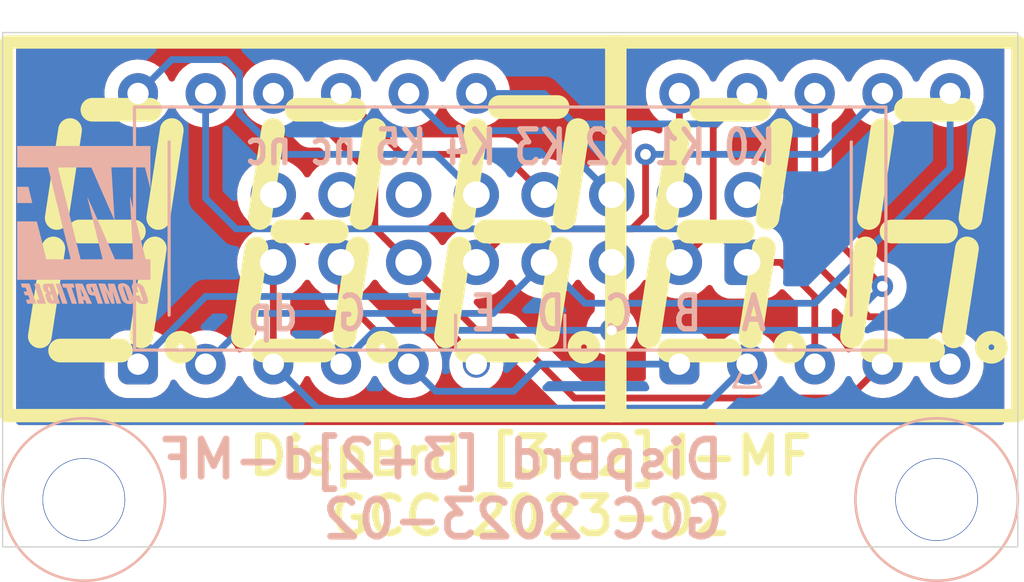
<source format=kicad_pcb>
(kicad_pcb (version 20211014) (generator pcbnew)
  (layers (0 "F.Cu" signal) (31 "B.Cu" signal) (36 "B.SilkS" user "B.Silkscreen") (37 "F.SilkS" user "F.Silkscreen") (38 "B.Mask" user) (39 "F.Mask" user) (44 "Edge.Cuts" user))
  (net 0 "")
  (net 1 "/K_SegA")
  (net 2 "/K_SegB")
  (net 3 "/K_SegC")
  (net 4 "/K_SegDP")
  (net 5 "/A0")
  (net 6 "/K_SegD")
  (net 7 "/K_SegE")
  (net 8 "/K_SegG")
  (net 9 "/K_SegF")
  (net 10 "/A1")
  (net 11 "/A2")
  (net 12 "/A3")
  (net 13 "/A4")
  (footprint "GCC_Display:Disp7s3x_036" (layer "F.Cu") (at 36.83 30.226)
    (fp_text reference "S8" hide)
    (fp_text value "LEDDSP3_CA" hide)
    (fp_line (start 10.16 -3.70586) (end 9.652 -0.4064) (layer "F.SilkS") (width 0.889))
    (fp_line (start 8.7376 0.1016) (end 6.6929 0.1016) (layer "F.SilkS") (width 0.889))
    (fp_line (start 2.54 -3.70586) (end 2.032 -0.4064) (layer "F.SilkS") (width 0.889))
    (fp_line (start -8.05942 -4.46786) (end -5.8928 -4.46786) (layer "F.SilkS") (width 0.889))
    (fp_line (start -5.08 -3.70586) (end -5.588 -0.4064) (layer "F.SilkS") (width 0.889))
    (fp_line (start -0.38862 -4.46786) (end 1.778 -4.46786) (layer "F.SilkS") (width 0.889))
    (fp_line (start -6.5024 0.1016) (end -8.5471 0.1016) (layer "F.SilkS") (width 0.889))
    (fp_line (start -1.651 4.56946) (end 0.63246 4.56946) (layer "F.SilkS") (width 0.889))
    (fp_line (start -5.71754 0.7366) (end -6.22554 4.03606) (layer "F.SilkS") (width 0.889))
    (fp_line (start 5.715 0.7366) (end 5.207 4.03606) (layer "F.SilkS") (width 0.889))
    (fp_line (start -1.905 0.7366) (end -2.413 4.03606) (layer "F.SilkS") (width 0.889))
    (fp_line (start -8.89762 -3.70586) (end -9.398 -0.4064) (layer "F.SilkS") (width 0.889))
    (fp_line (start 11.7348 -7.0104) (end 11.7348 7.0104) (layer "F.SilkS") (width 0.5))
    (fp_line (start -11.2268 -7.0104) (end 11.7348 -7.0104) (layer "F.SilkS") (width 0.5))
    (fp_line (start 5.969 4.56946) (end 8.25246 4.56946) (layer "F.SilkS") (width 0.889))
    (fp_line (start -11.2776 7.0104) (end -11.2776 -7.0104) (layer "F.SilkS") (width 0.5))
    (fp_line (start 1.90246 0.7366) (end 1.39446 4.03606) (layer "F.SilkS") (width 0.889))
    (fp_line (start 9.52246 0.7366) (end 9.01446 4.03606) (layer "F.SilkS") (width 0.889))
    (fp_line (start 11.7348 7.0104) (end -11.2776 7.0104) (layer "F.SilkS") (width 0.5))
    (fp_line (start 6.34238 -3.70586) (end 5.842 -0.4064) (layer "F.SilkS") (width 0.889))
    (fp_line (start 1.1176 0.1016) (end -0.9271 0.1016) (layer "F.SilkS") (width 0.889))
    (fp_line (start -9.525 0.7366) (end -10.033 4.03606) (layer "F.SilkS") (width 0.889))
    (fp_line (start -9.271 4.56946) (end -6.98754 4.56946) (layer "F.SilkS") (width 0.889))
    (fp_line (start -1.27762 -3.70586) (end -1.778 -0.4064) (layer "F.SilkS") (width 0.889))
    (fp_line (start 7.23138 -4.56946) (end 9.398 -4.56946) (layer "F.SilkS") (width 0.889))
    (fp_circle (center -4.7498 4.445) (end -4.4958 4.18846) (layer "F.SilkS") (width 0.508) (fill none))
    (fp_circle (center 10.3886 4.445) (end 10.6426 4.18846) (layer "F.SilkS") (width 0.508) (fill none))
    (fp_circle (center 2.8194 4.445) (end 3.0734 4.18846) (layer "F.SilkS") (width 0.508) (fill none))
    (pad "1" thru_hole roundrect locked (at -6.35 5.08 90) (size 1.524 1.50114) (drill 0.8001) (layers *.Cu *.Mask) (net 7 "/K_SegE"))
    (pad "2" thru_hole oval locked (at -3.81 5.08 90) (size 1.524 1.50114) (drill 0.8001) (layers *.Cu *.Mask) (net 6 "/K_SegD"))
    (pad "3" thru_hole oval locked (at -1.27 5.08 90) (size 1.524 1.50114) (drill 0.8001) (layers *.Cu *.Mask) (net 4 "/K_SegDP"))
    (pad "4" thru_hole oval locked (at 1.27 5.08 90) (size 1.524 1.50114) (drill 0.8001) (layers *.Cu *.Mask) (net 3 "/K_SegC"))
    (pad "5" thru_hole oval locked (at 3.81 5.08 90) (size 1.524 1.50114) (drill 0.8001) (layers *.Cu *.Mask) (net 8 "/K_SegG"))
    (pad "6" thru_hole oval locked (at 6.35 5.08 90) (size 1.016 1.016) (drill 0.8001) (layers *.Cu *.Mask))
    (pad "7" thru_hole oval locked (at 6.35 -5.08 90) (size 1.524 1.50114) (drill 0.8001) (layers *.Cu *.Mask) (net 2 "/K_SegB"))
    (pad "8" thru_hole oval locked (at 3.81 -5.08 90) (size 1.524 1.50114) (drill 0.8001) (layers *.Cu *.Mask) (net 11 "/A2"))
    (pad "9" thru_hole oval locked (at 1.27 -5.08 90) (size 1.524 1.50114) (drill 0.8001) (layers *.Cu *.Mask) (net 12 "/A3"))
    (pad "10" thru_hole oval locked (at -1.27 -5.08 90) (size 1.524 1.50114) (drill 0.8001) (layers *.Cu *.Mask) (net 9 "/K_SegF"))
    (pad "11" thru_hole oval locked (at -3.81 -5.08 90) (size 1.524 1.50114) (drill 0.8001) (layers *.Cu *.Mask) (net 1 "/K_SegA"))
    (pad "12" thru_hole oval locked (at -6.34746 -5.08 90) (size 1.524 1.50114) (drill 0.8001) (layers *.Cu *.Mask) (net 13 "/A4"))
  )
  (footprint "GCC_Display:Disp7s2x_036" (layer "F.Cu") (at 55.88 30.226)
    (fp_text reference "S9" hide)
    (fp_text value "LEDDSP2_CA" hide)
    (fp_line (start 6.35 -3.70586) (end 5.842 -0.4064) (layer "F.SilkS") (width 0.889))
    (fp_line (start 3.42138 -4.46786) (end 5.588 -4.46786) (layer "F.SilkS") (width 0.889))
    (fp_line (start 1.905 0.7366) (end 1.397 4.03606) (layer "F.SilkS") (width 0.889))
    (fp_line (start 5.71246 0.7366) (end 5.20446 4.03606) (layer "F.SilkS") (width 0.889))
    (fp_line (start -4.24942 -4.46786) (end -2.0828 -4.46786) (layer "F.SilkS") (width 0.889))
    (fp_line (start 7.62 7.0104) (end -7.62 7.0104) (layer "F.SilkS") (width 0.5))
    (fp_line (start -1.90754 0.7366) (end -2.41554 4.03606) (layer "F.SilkS") (width 0.889))
    (fp_line (start 2.159 4.56946) (end 4.44246 4.56946) (layer "F.SilkS") (width 0.889))
    (fp_line (start -7.62 -7.0104) (end 7.62 -7.0104) (layer "F.SilkS") (width 0.5))
    (fp_line (start -5.08762 -3.70586) (end -5.588 -0.4064) (layer "F.SilkS") (width 0.889))
    (fp_line (start -5.461 4.56946) (end -3.17754 4.56946) (layer "F.SilkS") (width 0.889))
    (fp_line (start 2.53238 -3.70586) (end 2.032 -0.4064) (layer "F.SilkS") (width 0.889))
    (fp_line (start -1.27 -3.70586) (end -1.778 -0.4064) (layer "F.SilkS") (width 0.889))
    (fp_line (start 7.62 -7.0104) (end 7.62 7.0104) (layer "F.SilkS") (width 0.5))
    (fp_line (start -5.715 0.7366) (end -6.223 4.03606) (layer "F.SilkS") (width 0.889))
    (fp_line (start 4.9276 0.1016) (end 2.8829 0.1016) (layer "F.SilkS") (width 0.889))
    (fp_line (start -2.6924 0.1016) (end -4.7371 0.1016) (layer "F.SilkS") (width 0.889))
    (fp_line (start -7.62 7.0104) (end -7.62 -7.0104) (layer "F.SilkS") (width 0.5))
    (fp_circle (center 6.6294 4.445) (end 6.8834 4.18846) (layer "F.SilkS") (width 0.508) (fill none))
    (fp_circle (center -0.9398 4.445) (end -0.6858 4.18846) (layer "F.SilkS") (width 0.508) (fill none))
    (pad "1" thru_hole roundrect locked (at -5.08 5.08 90) (size 1.524 1.50114) (drill 0.8001) (layers *.Cu *.Mask) (net 8 "/K_SegG"))
    (pad "2" thru_hole oval locked (at -2.54 5.08 90) (size 1.524 1.50114) (drill 0.8001) (layers *.Cu *.Mask) (net 4 "/K_SegDP"))
    (pad "3" thru_hole oval locked (at 0 5.08 90) (size 1.524 1.50114) (drill 0.8001) (layers *.Cu *.Mask) (net 1 "/K_SegA"))
    (pad "4" thru_hole oval locked (at 2.54 5.08 90) (size 1.524 1.50114) (drill 0.8001) (layers *.Cu *.Mask) (net 9 "/K_SegF"))
    (pad "5" thru_hole oval locked (at 5.08 5.08 90) (size 1.524 1.50114) (drill 0.8001) (layers *.Cu *.Mask) (net 5 "/A0"))
    (pad "6" thru_hole oval locked (at 5.08 -5.08 90) (size 1.524 1.50114) (drill 0.8001) (layers *.Cu *.Mask) (net 6 "/K_SegD"))
    (pad "7" thru_hole oval locked (at 2.54 -5.08 90) (size 1.524 1.50114) (drill 0.8001) (layers *.Cu *.Mask) (net 7 "/K_SegE"))
    (pad "8" thru_hole oval locked (at 0 -5.08 90) (size 1.524 1.50114) (drill 0.8001) (layers *.Cu *.Mask) (net 3 "/K_SegC"))
    (pad "9" thru_hole oval locked (at -2.54 -5.08 90) (size 1.524 1.50114) (drill 0.8001) (layers *.Cu *.Mask) (net 2 "/K_SegB"))
    (pad "10" thru_hole oval locked (at -5.08 -5.08 90) (size 1.524 1.50114) (drill 0.8001) (layers *.Cu *.Mask) (net 10 "/A1"))
  )
  (footprint "GCC_holes:Hole3mm" (layer "B.Cu") (at 28.448 40.386)
    (fp_text reference "H15" hide)
    (fp_text value "MountingHole" hide)
    (fp_circle (center 0 0) (end 0 3.048) (layer "B.SilkS") (width 0.1) (fill none))
    (pad "" np_thru_hole circle locked (at 0 0) (size 3.1 3.1) (drill 3.05) (layers F&B.Cu *.Mask))
  )
  (footprint "GCC_holes:Hole3mm" (layer "B.Cu") (at 60.452 40.386)
    (fp_text reference "H16" hide)
    (fp_text value "MountingHole" hide)
    (fp_circle (center 0 0) (end 0 3.048) (layer "B.SilkS") (width 0.1) (fill none))
    (pad "" np_thru_hole circle locked (at 0 0) (size 3.1 3.1) (drill 3.05) (layers F&B.Cu *.Mask))
  )
  (footprint "GCC_Logos:MF_compatible_5x6mm" (layer "B.Cu") (at 28.448 30.099 180)
    (fp_text reference "G***")
    (fp_text value "LOGO" hide)
    (fp_poly (pts (xy 2.291951 -2.177389) (xy 2.324142 -2.178121) (xy 2.345577 -2.179542) (xy 2.358063 -2.181804) (xy 2.363405 -2.18506) (xy 2.363961 -2.187035) (xy 2.361627 -2.197709) (xy 2.355348 -2.218412) (xy 2.346205 -2.245709) (xy 2.33963 -2.264277) (xy 2.315299 -2.331626) (xy 2.250398 -2.333685) (xy 2.185498 -2.335743) (xy 2.163357 -2.396932) (xy 2.153484 -2.425318) (xy 2.145878 -2.449274) (xy 2.141686 -2.4651) (xy 2.141217 -2.468523) (xy 2.144214 -2.47388) (xy 2.154832 -2.477103) (xy 2.175512 -2.47863) (xy 2.199226 -2.478925) (xy 2.229668 -2.479563) (xy 2.247563 -2.481668) (xy 2.254684 -2.485527) (xy 2.254848 -2.487906) (xy 2.251603 -2.498376) (xy 2.244922 -2.51886) (xy 2.235983 -2.545763) (xy 2.231284 -2.559759) (xy 2.210108 -2.622631) (xy 2.086763 -2.622631) (xy 2.059986 -2.699873) (xy 2.049333 -2.731078) (xy 2.040711 -2.757241) (xy 2.035069 -2.775419) (xy 2.033323 -2.782503) (xy 2.040048 -2.784778) (xy 2.058075 -2.786579) (xy 2.084338 -2.787671) (xy 2.104424 -2.787892) (xy 2.175411 -2.787892) (xy 2.149332 -2.863288) (xy 2.123254 -2.938685) (xy 1.951834 -2.938734) (xy 1.895757 -2.938594) (xy 1.8527 -2.938092) (xy 1.821315 -2.937154) (xy 1.800256 -2.93571) (xy 1.788175 -2.933688) (xy 1.783725 -2.931016) (xy 1.783759 -2.929802) (xy 1.786645 -2.921471) (xy 1.793718 -2.900814) (xy 1.804539 -2.86911) (xy 1.818675 -2.82764) (xy 1.835688 -2.777684) (xy 1.855143 -2.720523) (xy 1.876603 -2.657436) (xy 1.899632 -2.589705) (xy 1.911952 -2.553456) (xy 2.036801 -2.186092) (xy 2.08362 -2.181668) (xy 2.107445 -2.180116) (xy 2.141795 -2.178795) (xy 2.182824 -2.17781) (xy 2.226687 -2.177267) (xy 2.2472 -2.177194)) (layer "B.SilkS") (width 0) (fill solid))
    (fp_poly (pts (xy -0.553171 -2.179704) (xy -0.547227 -2.180796) (xy -0.546777 -2.183401) (xy -0.547742 -2.189638) (xy -0.550395 -2.200346) (xy -0.555014 -2.216362) (xy -0.561873 -2.238524) (xy -0.571247 -2.267668) (xy -0.583412 -2.304632) (xy -0.598644 -2.350255) (xy -0.617217 -2.405373) (xy -0.639406 -2.470823) (xy -0.665488 -2.547444) (xy -0.695738 -2.636073) (xy -0.726146 -2.725021) (xy -0.799262 -2.938783) (xy -0.884638 -2.938783) (xy -0.917748 -2.93854) (xy -0.944875 -2.937877) (xy -0.963227 -2.936895) (xy -0.970014 -2.935697) (xy -0.970014 -2.93569) (xy -0.967781 -2.928401) (xy -0.96144 -2.909099) (xy -0.951521 -2.879372) (xy -0.93856 -2.840806) (xy -0.923089 -2.794989) (xy -0.90564 -2.743508) (xy -0.891129 -2.700817) (xy -0.872579 -2.64613) (xy -0.855678 -2.595945) (xy -0.840946 -2.551834) (xy -0.828904 -2.515372) (xy -0.820071 -2.488133) (xy -0.814969 -2.471688) (xy -0.813913 -2.467369) (xy -0.817241 -2.473243) (xy -0.825978 -2.490699) (xy -0.839436 -2.518303) (xy -0.856925 -2.554625) (xy -0.877757 -2.598233) (xy -0.901241 -2.647696) (xy -0.926689 -2.701583) (xy -0.926928 -2.70209) (xy -1.038274 -2.938481) (xy -1.101629 -2.938632) (xy -1.131912 -2.938438) (xy -1.150371 -2.937327) (xy -1.159548 -2.934767) (xy -1.161985 -2.930231) (xy -1.16123 -2.926209) (xy -1.158087 -2.913204) (xy -1.152971 -2.889148) (xy -1.146278 -2.856142) (xy -1.138406 -2.816287) (xy -1.129751 -2.771683) (xy -1.120711 -2.72443) (xy -1.111681 -2.676629) (xy -1.10306 -2.63038) (xy -1.095243 -2.587783) (xy -1.088627 -2.550939) (xy -1.08361 -2.521948) (xy -1.080588 -2.50291) (xy -1.07994 -2.495938) (xy -1.082872 -2.501749) (xy -1.089814 -2.519612) (xy -1.100203 -2.547954) (xy -1.113478 -2.585202) (xy -1.129075 -2.629786) (xy -1.146432 -2.680132) (xy -1.15801 -2.714081) (xy -1.233111 -2.935191) (xy -1.320379 -2.937206) (xy -1.407646 -2.93922) (xy -1.303033 -2.631831) (xy -1.280469 -2.56553) (xy -1.258514 -2.501017) (xy -1.250996 -2.478925) (xy -1.077793 -2.478925) (xy -1.075164 -2.484839) (xy -1.073003 -2.483715) (xy -1.072143 -2.475188) (xy -1.073003 -2.474135) (xy -1.077275 -2.475121) (xy -1.077793 -2.478925) (xy -1.250996 -2.478925) (xy -1.237775 -2.440078) (xy -1.218861 -2.384501) (xy -1.202379 -2.336069) (xy -1.188937 -2.296571) (xy -1.179143 -2.267792) (xy -1.175191 -2.256181) (xy -1.151962 -2.187921) (xy -1.025061 -2.185959) (xy -0.979182 -2.185376) (xy -0.945755 -2.185353) (xy -0.922869 -2.186034) (xy -0.908612 -2.187563) (xy -0.901072 -2.190082) (xy -0.898338 -2.193734) (xy -0.898161 -2.195466) (xy -0.899508 -2.20572) (xy -0.903272 -2.227783) (xy -0.909033 -2.259375) (xy -0.916374 -2.298217) (xy -0.924877 -2.342028) (xy -0.92733 -2.354478) (xy -0.935894 -2.398556) (xy -0.943202 -2.437644) (xy -0.948882 -2.469631) (xy -0.952564 -2.492405) (xy -0.953876 -2.503855) (xy -0.953746 -2.504773) (xy -0.950093 -2.499321) (xy -0.941271 -2.482539) (xy -0.928127 -2.456148) (xy -0.911507 -2.42187) (xy -0.89226 -2.381425) (xy -0.876076 -2.346937) (xy -0.801159 -2.186348) (xy -0.676563 -2.181198) (xy -0.635655 -2.179779) (xy -0.599838 -2.179052) (xy -0.571536 -2.179025)) (layer "B.SilkS") (width 0) (fill solid))
    (fp_poly (pts (xy -1.401765 -2.169299) (xy -1.354139 -2.181589) (xy -1.318293 -2.201467) (xy -1.294003 -2.229341) (xy -1.281045 -2.265618) (xy -1.279192 -2.310705) (xy -1.28822 -2.365009) (xy -1.289891 -2.371653) (xy -1.297282 -2.397388) (xy -1.308561 -2.433139) (xy -1.322857 -2.476438) (xy -1.339296 -2.524815) (xy -1.357009 -2.5758) (xy -1.375122 -2.626922) (xy -1.392765 -2.675712) (xy -1.409066 -2.7197) (xy -1.423154 -2.756416) (xy -1.434156 -2.78339) (xy -1.438819 -2.793678) (xy -1.471318 -2.844185) (xy -1.514841 -2.886999) (xy -1.567416 -2.920552) (xy -1.627068 -2.94328) (xy -1.627468 -2.943387) (xy -1.661549 -2.949474) (xy -1.701593 -2.952096) (xy -1.742304 -2.951305) (xy -1.778391 -2.947154) (xy -1.799701 -2.941698) (xy -1.837558 -2.921414) (xy -1.863839 -2.892683) (xy -1.878357 -2.855827) (xy -1.880736 -2.814428) (xy -1.688019 -2.814428) (xy -1.684975 -2.822038) (xy -1.674815 -2.823804) (xy -1.672611 -2.823819) (xy -1.654198 -2.818621) (xy -1.641978 -2.809602) (xy -1.636309 -2.799089) (xy -1.627019 -2.776891) (xy -1.614769 -2.744973) (xy -1.600225 -2.705297) (xy -1.58405 -2.659826) (xy -1.566908 -2.610523) (xy -1.549463 -2.559351) (xy -1.532379 -2.508273) (xy -1.516319 -2.459252) (xy -1.501948 -2.41425) (xy -1.48993 -2.375231) (xy -1.480929 -2.344158) (xy -1.475608 -2.322993) (xy -1.474465 -2.314334) (xy -1.480003 -2.298156) (xy -1.491213 -2.295111) (xy -1.508215 -2.30518) (xy -1.511406 -2.307939) (xy -1.517844 -2.315858) (xy -1.525585 -2.329796) (xy -1.535118 -2.350992) (xy -1.54693 -2.380686) (xy -1.561511 -2.420117) (xy -1.579348 -2.470524) (xy -1.600931 -2.533148) (xy -1.605719 -2.547185) (xy -1.6243 -2.60216) (xy -1.641504 -2.653868) (xy -1.656735 -2.700455) (xy -1.669397 -2.740066) (xy -1.678894 -2.770848) (xy -1.684631 -2.790948) (xy -1.685983 -2.796874) (xy -1.688019 -2.814428) (xy -1.880736 -2.814428) (xy -1.880923 -2.811165) (xy -1.880347 -2.804594) (xy -1.876614 -2.785211) (xy -1.868604 -2.754618) (xy -1.857071 -2.715068) (xy -1.842769 -2.668813) (xy -1.826449 -2.618106) (xy -1.808865 -2.5652) (xy -1.79077 -2.512345) (xy -1.772916 -2.461796) (xy -1.756057 -2.415804) (xy -1.740946 -2.376622) (xy -1.728336 -2.346502) (xy -1.724291 -2.337764) (xy -1.700701 -2.294939) (xy -1.675763 -2.262594) (xy -1.661755 -2.248988) (xy -1.60754 -2.209904) (xy -1.547974 -2.182714) (xy -1.485328 -2.168115) (xy -1.421869 -2.166801)) (layer "B.SilkS") (width 0) (fill solid))
    (fp_poly (pts (xy 1.835567 -2.185758) (xy 1.85706 -2.186603) (xy 1.867559 -2.187977) (xy 1.868176 -2.188474) (xy 1.865959 -2.195686) (xy 1.859691 -2.214804) (xy 1.849947 -2.244129) (xy 1.8373 -2.28196) (xy 1.822324 -2.326598) (xy 1.805593 -2.376344) (xy 1.787681 -2.429496) (xy 1.769163 -2.484357) (xy 1.750612 -2.539225) (xy 1.732602 -2.592401) (xy 1.715707 -2.642185) (xy 1.700502 -2.686878) (xy 1.68756 -2.72478) (xy 1.677456 -2.75419) (xy 1.670763 -2.77341) (xy 1.668785 -2.778911) (xy 1.670898 -2.783598) (xy 1.6827 -2.786439) (xy 1.706025 -2.787732) (xy 1.723701 -2.787892) (xy 1.750592 -2.788463) (xy 1.770913 -2.789981) (xy 1.781285 -2.792155) (xy 1.781952 -2.792912) (xy 1.779841 -2.801446) (xy 1.774142 -2.820498) (xy 1.765808 -2.846953) (xy 1.758868 -2.868358) (xy 1.735785 -2.938783) (xy 1.416342 -2.938783) (xy 1.513697 -2.653168) (xy 1.535925 -2.587941) (xy 1.557901 -2.523425) (xy 1.578923 -2.461676) (xy 1.598292 -2.404755) (xy 1.615308 -2.35472) (xy 1.629269 -2.313629) (xy 1.639475 -2.283542) (xy 1.641441 -2.277737) (xy 1.671829 -2.187921) (xy 1.770002 -2.185922) (xy 1.805681 -2.185508)) (layer "B.SilkS") (width 0) (fill solid))
    (fp_poly (pts (xy 2.500481 0.840679) (xy 1.931702 0.840679) (xy 1.936787 0.863834) (xy 1.939599 0.875769) (xy 1.945468 0.900013) (xy 1.953992 0.934927) (xy 1.964769 0.978872) (xy 1.977396 1.03021) (xy 1.991471 1.087301) (xy 2.006593 1.148507) (xy 2.011271 1.167413) (xy 2.080668 1.447836) (xy 2.290575 1.449741) (xy 2.500481 1.451646)) (layer "B.SilkS") (width 0) (fill solid))
    (fp_poly (pts (xy 0.798498 -2.259724) (xy 0.772419 -2.33512) (xy 0.714034 -2.33517) (xy 0.655649 -2.335219) (xy 0.553268 -2.637001) (xy 0.450886 -2.938783) (xy 0.252582 -2.938783) (xy 0.344892 -2.667539) (xy 0.365578 -2.6068) (xy 0.385204 -2.549259) (xy 0.4032 -2.496582) (xy 0.418994 -2.450436) (xy 0.432017 -2.412488) (xy 0.441697 -2.384406) (xy 0.447463 -2.367856) (xy 0.448212 -2.365757) (xy 0.459221 -2.335219) (xy 0.402058 -2.335219) (xy 0.375445 -2.334638) (xy 0.355434 -2.333095) (xy 0.345435 -2.330888) (xy 0.344894 -2.330199) (xy 0.347006 -2.321665) (xy 0.352705 -2.302613) (xy 0.361039 -2.276158) (xy 0.367978 -2.254753) (xy 0.391062 -2.184328) (xy 0.824576 -2.184328)) (layer "B.SilkS") (width 0) (fill solid))
    (fp_poly (pts (xy -0.309536 -2.185634) (xy -0.249836 -2.186851) (xy -0.202765 -2.188823) (xy -0.16659 -2.191981) (xy -0.139572 -2.196754) (xy -0.119976 -2.203572) (xy -0.106067 -2.212866) (xy -0.096106 -2.225064) (xy -0.088454 -2.240368) (xy -0.083404 -2.256262) (xy -0.081686 -2.273945) (xy -0.083672 -2.295757) (xy -0.089733 -2.324036) (xy -0.10024 -2.36112) (xy -0.114971 -2.407537) (xy -0.136531 -2.469318) (xy -0.157503 -2.518453) (xy -0.179566 -2.556487) (xy -0.2044 -2.584964) (xy -0.233686 -2.605429) (xy -0.269102 -2.619426) (xy -0.31233 -2.628499) (xy -0.361154 -2.633884) (xy -0.42041 -2.638692) (xy -0.47099 -2.786941) (xy -0.52157 -2.935191) (xy -0.620898 -2.937195) (xy -0.661753 -2.937751) (xy -0.690018 -2.937404) (xy -0.707452 -2.936022) (xy -0.715812 -2.933475) (xy -0.717011 -2.93001) (xy -0.714161 -2.921638) (xy -0.707145 -2.900931) (xy -0.696394 -2.869169) (xy -0.682342 -2.827632) (xy -0.665421 -2.777599) (xy -0.646065 -2.720351) (xy -0.624707 -2.657166) (xy -0.601778 -2.589326) (xy -0.589193 -2.552084) (xy -0.571755 -2.500481) (xy -0.372574 -2.500481) (xy -0.351548 -2.500481) (xy -0.331262 -2.495922) (xy -0.317041 -2.486999) (xy -0.309068 -2.474577) (xy -0.29856 -2.452101) (xy -0.28715 -2.423267) (xy -0.28044 -2.404121) (xy -0.268972 -2.366567) (xy -0.263894 -2.340422) (xy -0.265434 -2.32411) (xy -0.273823 -2.316058) (xy -0.289288 -2.314689) (xy -0.293393 -2.315096) (xy -0.301099 -2.317165) (xy -0.307792 -2.322764) (xy -0.314603 -2.334075) (xy -0.322664 -2.353283) (xy -0.333105 -2.38257) (xy -0.341978 -2.408868) (xy -0.372574 -2.500481) (xy -0.571755 -2.500481) (xy -0.46459 -2.183348)) (layer "B.SilkS") (width 0) (fill solid))
    (fp_poly (pts (xy 1.035081 -2.185711) (xy 1.052446 -2.187099) (xy 1.060744 -2.189659) (xy 1.061906 -2.193101) (xy 1.059056 -2.201474) (xy 1.052039 -2.222181) (xy 1.041289 -2.253942) (xy 1.027238 -2.295475) (xy 1.010321 -2.345499) (xy 0.990969 -2.402735) (xy 0.969616 -2.465901) (xy 0.946696 -2.533718) (xy 0.934253 -2.570537) (xy 0.809816 -2.938783) (xy 0.611569 -2.938783) (xy 0.716107 -2.631612) (xy 0.738664 -2.565333) (xy 0.760612 -2.50084) (xy 0.781344 -2.439922) (xy 0.800251 -2.384364) (xy 0.816725 -2.335955) (xy 0.830158 -2.296481) (xy 0.839942 -2.26773) (xy 0.843872 -2.256181) (xy 0.867098 -2.187921) (xy 0.966109 -2.185916) (xy 1.00689 -2.18536)) (layer "B.SilkS") (width 0) (fill solid))
    (fp_poly (pts (xy 1.235899 -2.184778) (xy 1.280057 -2.185193) (xy 1.305927 -2.185536) (xy 1.359541 -2.186429) (xy 1.400763 -2.187457) (xy 1.431571 -2.188789) (xy 1.453943 -2.190596) (xy 1.469857 -2.193046) (xy 1.481291 -2.196309) (xy 1.490224 -2.200556) (xy 1.49177 -2.201469) (xy 1.517495 -2.223802) (xy 1.532662 -2.253681) (xy 1.537377 -2.291795) (xy 1.531748 -2.338836) (xy 1.519872 -2.383349) (xy 1.50353 -2.428431) (xy 1.485573 -2.462089) (xy 1.463351 -2.48723) (xy 1.434214 -2.506764) (xy 1.395512 -2.523598) (xy 1.390354 -2.525483) (xy 1.381135 -2.529666) (xy 1.383965 -2.533434) (xy 1.393943 -2.537558) (xy 1.418157 -2.550186) (xy 1.434448 -2.567348) (xy 1.44295 -2.59048) (xy 1.443798 -2.621015) (xy 1.437125 -2.660387) (xy 1.423067 -2.710032) (xy 1.412946 -2.7402) (xy 1.391519 -2.79697) (xy 1.370555 -2.841235) (xy 1.348524 -2.874722) (xy 1.323898 -2.899159) (xy 1.295148 -2.916272) (xy 1.260746 -2.927789) (xy 1.243649 -2.931486) (xy 1.225778 -2.933613) (xy 1.198039 -2.935381) (xy 1.16278 -2.936778) (xy 1.122347 -2.937797) (xy 1.07909 -2.938428) (xy 1.035356 -2.938662) (xy 0.993492 -2.93849) (xy 0.955847 -2.937902) (xy 0.924769 -2.93689) (xy 0.902605 -2.935445) (xy 0.891703 -2.933557) (xy 0.890976 -2.932856) (xy 0.89323 -2.925123) (xy 0.899709 -2.905054) (xy 0.90999 -2.87391) (xy 0.92365 -2.832954) (xy 0.935833 -2.796656) (xy 1.137266 -2.796656) (xy 1.138405 -2.805338) (xy 1.143231 -2.808552) (xy 1.151568 -2.807647) (xy 1.163236 -2.80397) (xy 1.169579 -2.801752) (xy 1.18338 -2.794147) (xy 1.195857 -2.780346) (xy 1.208142 -2.758353) (xy 1.221367 -2.726171) (xy 1.23539 -2.685688) (xy 1.245553 -2.65087) (xy 1.248949 -2.626979) (xy 1.245323 -2.612133) (xy 1.234421 -2.604449) (xy 1.224136 -2.602479) (xy 1.208124 -2.602796) (xy 1.19903 -2.610419) (xy 1.193175 -2.624034) (xy 1.173184 -2.680282) (xy 1.157776 -2.724319) (xy 1.146773 -2.757495) (xy 1.139996 -2.781158) (xy 1.137266 -2.796656) (xy 0.935833 -2.796656) (xy 0.940266 -2.783448) (xy 0.959415 -2.726653) (xy 0.980675 -2.663831) (xy 1.003621 -2.596244) (xy 1.016719 -2.557758) (xy 1.040388 -2.488218) (xy 1.046599 -2.469943) (xy 1.244892 -2.469943) (xy 1.246412 -2.47777) (xy 1.25676 -2.479545) (xy 1.27211 -2.476021) (xy 1.288634 -2.467951) (xy 1.299696 -2.459165) (xy 1.313012 -2.440491) (xy 1.326634 -2.412597) (xy 1.335964 -2.387331) (xy 1.344917 -2.354571) (xy 1.346613 -2.332685) (xy 1.340551 -2.319863) (xy 1.32623 -2.314294) (xy 1.315557 -2.313663) (xy 1.306793 -2.314564) (xy 1.299862 -2.31887) (xy 1.293355 -2.328983) (xy 1.285861 -2.347306) (xy 1.27597 -2.376241) (xy 1.272338 -2.387312) (xy 1.262151 -2.418362) (xy 1.253422 -2.444746) (xy 1.247234 -2.463206) (xy 1.244892 -2.469943) (xy 1.046599 -2.469943) (xy 1.062605 -2.422852) (xy 1.082946 -2.362909) (xy 1.100991 -2.309637) (xy 1.116317 -2.264283) (xy 1.128502 -2.228095) (xy 1.137124 -2.202322) (xy 1.141762 -2.18821) (xy 1.142462 -2.18587) (xy 1.14931 -2.185193) (xy 1.168509 -2.184782) (xy 1.198045 -2.184643)) (layer "B.SilkS") (width 0) (fill solid))
    (fp_poly (pts (xy 2.500481 2.177143) (xy 1.344204 2.177143) (xy 1.337062 2.150198) (xy 1.330765 2.125232) (xy 1.324113 2.097144) (xy 1.322706 2.09092) (xy 1.319893 2.079071) (xy 1.31389 2.054374) (xy 1.304969 2.017928) (xy 1.293401 1.97083) (xy 1.279456 1.914182) (xy 1.263406 1.849081) (xy 1.245521 1.776627) (xy 1.226072 1.697919) (xy 1.205331 1.614057) (xy 1.183567 1.526138) (xy 1.171291 1.476577) (xy 1.146128 1.375005) (xy 1.119656 1.268123) (xy 1.092418 1.158123) (xy 1.064956 1.0472) (xy 1.037813 0.937546) (xy 1.011532 0.831355) (xy 0.986656 0.730821) (xy 0.963729 0.638136) (xy 0.943291 0.555495) (xy 0.929419 0.499378) (xy 0.91269 0.431707) (xy 0.89296 0.351933) (xy 0.870688 0.261902) (xy 0.846329 0.163459) (xy 0.820341 0.058449) (xy 0.793179 -0.051282) (xy 0.765302 -0.163888) (xy 0.737166 -0.277523) (xy 0.709228 -0.390344) (xy 0.681944 -0.500502) (xy 0.663767 -0.57388) (xy 0.639961 -0.670075) (xy 0.61716 -0.7624) (xy 0.595602 -0.84989) (xy 0.575521 -0.93158) (xy 0.557153 -1.006504) (xy 0.540733 -1.073697) (xy 0.526498 -1.132194) (xy 0.514683 -1.181029) (xy 0.505524 -1.219238) (xy 0.499256 -1.245854) (xy 0.496116 -1.259914) (xy 0.495785 -1.261871) (xy 0.497634 -1.263917) (xy 0.503825 -1.265671) (xy 0.515325 -1.267154) (xy 0.5331 -1.268387) (xy 0.558116 -1.269392) (xy 0.591341 -1.270188) (xy 0.63374 -1.270798) (xy 0.686281 -1.271242) (xy 0.749929 -1.271542) (xy 0.825651 -1.271717) (xy 0.914415 -1.271791) (xy 0.951333 -1.271796) (xy 1.40688 -1.271796) (xy 1.43639 -1.151443) (xy 1.471549 -1.008248) (xy 1.505436 -0.870622) (xy 1.537904 -0.739154) (xy 1.568805 -0.614429) (xy 1.597991 -0.497035) (xy 1.625313 -0.38756) (xy 1.650623 -0.28659) (xy 1.673774 -0.194712) (xy 1.694617 -0.112515) (xy 1.713004 -0.040584) (xy 1.728787 0.020493) (xy 1.741819 0.070129) (xy 1.75195 0.107737) (xy 1.759033 0.132729) (xy 1.76292 0.144518) (xy 1.76344 0.145392) (xy 1.771939 0.146423) (xy 1.79342 0.147391) (xy 1.826494 0.148277) (xy 1.869772 0.14906) (xy 1.921866 0.149721) (xy 1.981386 0.15024) (xy 2.046944 0.150596) (xy 2.11715 0.150769) (xy 2.135828 0.150781) (xy 2.500481 0.150891) (xy 2.500481 -2.040622) (xy -2.50048 -2.040622) (xy -2.50048 -1.271796) (xy -2.321402 -1.271796) (xy -2.313897 -1.243925) (xy -2.310925 -1.232334) (xy -2.304807 -1.208013) (xy -2.295844 -1.172179) (xy -2.284342 -1.126053) (xy -2.270603 -1.070852) (xy -2.25493 -1.007796) (xy -2.237627 -0.938104) (xy -2.218997 -0.862995) (xy -2.199343 -0.783688) (xy -2.188315 -0.739158) (xy -2.166617 -0.651534) (xy -2.142068 -0.552418) (xy -2.115276 -0.444265) (xy -2.08685 -0.329531) (xy -2.057399 -0.210672) (xy -2.027531 -0.090142) (xy -1.997854 0.029602) (xy -1.968977 0.146105) (xy -1.941509 0.256911) (xy -1.923258 0.330524) (xy -1.90057 0.422058) (xy -1.878567 0.510887) (xy -1.85754 0.595834) (xy -1.837778 0.675727) (xy -1.819572 0.749391) (xy -1.803211 0.815653) (xy -1.788985 0.873337) (xy -1.777185 0.92127) (xy -1.768099 0.958279) (xy -1.762019 0.983189) (xy -1.759998 0.99157) (xy -1.752421 1.021542) (xy -1.745353 1.046339) (xy -1.739813 1.062536) (xy -1.737687 1.066656) (xy -1.735587 1.067823) (xy -1.733983 1.065386) (xy -1.73291 1.058374) (xy -1.732401 1.045818) (xy -1.732489 1.026747) (xy -1.733208 1.00019) (xy -1.734591 0.965178) (xy -1.736672 0.920739) (xy -1.739485 0.865904) (xy -1.743063 0.799701) (xy -1.747439 0.721162) (xy -1.752647 0.629314) (xy -1.753032 0.622558) (xy -1.757661 0.541381) (xy -1.762928 0.448885) (xy -1.768662 0.348099) (xy -1.774691 0.24205) (xy -1.780843 0.133768) (xy -1.786945 0.026281) (xy -1.792826 -0.077382) (xy -1.798313 -0.174193) (xy -1.799842 -0.201188) (xy -1.804993 -0.292106) (xy -1.810438 -0.388154) (xy -1.81603 -0.486724) (xy -1.821619 -0.585209) (xy -1.827059 -0.681002) (xy -1.832201 -0.771494) (xy -1.836896 -0.854079) (xy -1.840998 -0.926149) (xy -1.842678 -0.955643) (xy -1.846246 -1.020512) (xy -1.84932 -1.080931) (xy -1.851841 -1.135394) (xy -1.853753 -1.182393) (xy -1.854995 -1.220423) (xy -1.85551 -1.247977) (xy -1.85524 -1.263547) (xy -1.854716 -1.266478) (xy -1.84666 -1.26754) (xy -1.825661 -1.268456) (xy -1.793148 -1.269211) (xy -1.750549 -1.269791) (xy -1.699292 -1.270181) (xy -1.640804 -1.270367) (xy -1.576515 -1.270332) (xy -1.50935 -1.270071) (xy -1.16935 -1.268204) (xy -0.847971 -0.538897) (xy -0.80024 -0.430582) (xy -0.750683 -0.318131) (xy -0.700035 -0.203206) (xy -0.649029 -0.087473) (xy -0.598399 0.027403) (xy -0.548878 0.139759) (xy -0.5012 0.247929) (xy -0.456099 0.350249) (xy -0.414309 0.445053) (xy -0.376563 0.530679) (xy -0.343595 0.605461) (xy -0.332313 0.631049) (xy -0.299308 0.705665) (xy -0.267944 0.776104) (xy -0.238703 0.84131) (xy -0.212069 0.900229) (xy -0.188524 0.951806) (xy -0.168552 0.994986) (xy -0.152636 1.028715) (xy -0.141258 1.051936) (xy -0.134902 1.063597) (xy -0.13374 1.064738) (xy -0.133533 1.062515) (xy -0.134125 1.057312) (xy -0.135647 1.048591) (xy -0.138231 1.035814) (xy -0.142008 1.018444) (xy -0.147107 0.995944) (xy -0.153661 0.967775) (xy -0.161801 0.9334) (xy -0.171656 0.892281) (xy -0.183359 0.843882) (xy -0.19704 0.787664) (xy -0.21283 0.72309) (xy -0.230859 0.649622) (xy -0.25126 0.566722) (xy -0.274163 0.473854) (xy -0.299699 0.370479) (xy -0.327999 0.25606) (xy -0.359194 0.130059) (xy -0.393415 -0.008061) (xy -0.430792 -0.158838) (xy -0.471457 -0.322809) (xy -0.48852 -0.391598) (xy -0.523291 -0.5318) (xy -0.55468 -0.658446) (xy -0.582782 -0.771924) (xy -0.607694 -0.872622) (xy -0.62951 -0.960929) (xy -0.648327 -1.037232) (xy -0.664239 -1.101919) (xy -0.677342 -1.155378) (xy -0.687732 -1.197997) (xy -0.695504 -1.230163) (xy -0.700753 -1.252266) (xy -0.703575 -1.264692) (xy -0.704158 -1.267859) (xy -0.697184 -1.268579) (xy -0.677109 -1.269257) (xy -0.645201 -1.26988) (xy -0.60273 -1.270437) (xy -0.550964 -1.270914) (xy -0.491173 -1.271301) (xy -0.424626 -1.271584) (xy -0.352591 -1.271753) (xy -0.291281 -1.271796) (xy 0.121596 -1.271796) (xy 0.128808 -1.244851) (xy 0.131614 -1.233846) (xy 0.137598 -1.209977) (xy 0.146491 -1.17433) (xy 0.158024 -1.127991) (xy 0.171925 -1.072047) (xy 0.187926 -1.007585) (xy 0.205757 -0.93569) (xy 0.225148 -0.857449) (xy 0.24583 -0.773949) (xy 0.267532 -0.686276) (xy 0.279997 -0.635898) (xy 0.30638 -0.529251) (xy 0.335024 -0.413477) (xy 0.365254 -0.291293) (xy 0.3964 -0.165419) (xy 0.427788 -0.038571) (xy 0.458746 0.086533) (xy 0.488601 0.207176) (xy 0.516681 0.320639) (xy 0.542313 0.424204) (xy 0.553806 0.470637) (xy 0.599425 0.654953) (xy 0.641705 0.825808) (xy 0.680764 0.983687) (xy 0.716724 1.129078) (xy 0.749702 1.262466) (xy 0.779819 1.384337) (xy 0.807194 1.495179) (xy 0.831946 1.595477) (xy 0.854195 1.685718) (xy 0.874061 1.766389) (xy 0.891662 1.837975) (xy 0.907118 1.900964) (xy 0.92055 1.955841) (xy 0.932075 2.003092) (xy 0.941814 2.043205) (xy 0.949886 2.076666) (xy 0.95641 2.103961) (xy 0.961507 2.125576) (xy 0.965295 2.141997) (xy 0.967894 2.153712) (xy 0.969423 2.161207) (xy 0.970002 2.164967) (xy 0.970015 2.165278) (xy 0.969242 2.167365) (xy 0.966338 2.169188) (xy 0.960424 2.170762) (xy 0.95062 2.1721) (xy 0.936046 2.173218) (xy 0.915825 2.174129) (xy 0.889075 2.174847) (xy 0.854919 2.175386) (xy 0.812477 2.175761) (xy 0.76087 2.175987) (xy 0.699217 2.176076) (xy 0.626641 2.176044) (xy 0.542262 2.175904) (xy 0.4452 2.175671) (xy 0.34397 2.175386) (xy -0.282074 2.17355) (xy -0.704759 1.207129) (xy -0.763932 1.071833) (xy -0.817614 0.949095) (xy -0.866074 0.838306) (xy -0.909582 0.738858) (xy -0.948406 0.650143) (xy -0.982817 0.571554) (xy -1.013084 0.502482) (xy -1.039478 0.44232) (xy -1.062266 0.390458) (xy -1.081719 0.34629) (xy -1.098107 0.309208) (xy -1.111699 0.278603) (xy -1.122764 0.253867) (xy -1.131573 0.234392) (xy -1.138394 0.219571) (xy -1.143497 0.208796) (xy -1.147152 0.201458) (xy -1.149629 0.196949) (xy -1.151196 0.194662) (xy -1.152124 0.193989) (xy -1.152683 0.194321) (xy -1.15314 0.19505) (xy -1.153361 0.195323) (xy -1.153694 0.202988) (xy -1.153178 0.223251) (xy -1.151896 0.254373) (xy -1.149931 0.294609) (xy -1.147363 0.34222) (xy -1.144277 0.395464) (xy -1.142522 0.424345) (xy -1.137227 0.510346) (xy -1.131208 0.608407) (xy -1.124604 0.716244) (xy -1.117553 0.831572) (xy -1.110196 0.952106) (xy -1.102672 1.075564) (xy -1.095118 1.199659) (xy -1.087675 1.322107) (xy -1.080482 1.440625) (xy -1.073678 1.552927) (xy -1.067401 1.656729) (xy -1.061791 1.749746) (xy -1.059853 1.781952) (xy -1.055878 1.847525) (xy -1.051995 1.910563) (xy -1.048325 1.969177) (xy -1.044989 2.021478) (xy -1.042106 2.065577) (xy -1.039799 2.099585) (xy -1.038189 2.121612) (xy -1.037907 2.12505) (xy -1.033455 2.177143) (xy -2.296337 2.177143) (xy -2.397871 1.769378) (xy -2.499406 1.361613) (xy -2.50048 2.981895) (xy 2.500481 2.981895)) (layer "B.SilkS") (width 0) (fill solid))
    (fp_poly (pts (xy 0.321079 -2.180461) (xy 0.330693 -2.180966) (xy 0.330939 -2.181053) (xy 0.330389 -2.188359) (xy 0.327338 -2.208472) (xy 0.32202 -2.240089) (xy 0.314669 -2.281909) (xy 0.305517 -2.33263) (xy 0.294799 -2.39095) (xy 0.282748 -2.455569) (xy 0.269597 -2.525183) (xy 0.262746 -2.561126) (xy 0.190545 -2.938783) (xy -0.013011 -2.938783) (xy 0.004273 -2.875963) (xy 0.011921 -2.847598) (xy 0.017836 -2.824586) (xy 0.021147 -2.810365) (xy 0.021556 -2.807702) (xy 0.015111 -2.804538) (xy -0.001287 -2.802595) (xy -0.012574 -2.8023) (xy -0.046704 -2.802336) (xy -0.074998 -2.87056) (xy -0.103293 -2.938783) (xy -0.308425 -2.938783) (xy -0.270354 -2.857949) (xy -0.259153 -2.834185) (xy -0.242666 -2.799233) (xy -0.221746 -2.754897) (xy -0.197245 -2.702983) (xy -0.17769 -2.661557) (xy 0.002703 -2.661557) (xy 0.011462 -2.664884) (xy 0.031429 -2.665742) (xy 0.052263 -2.664719) (xy 0.063004 -2.660414) (xy 0.067859 -2.650981) (xy 0.068209 -2.649576) (xy 0.071094 -2.637612) (xy 0.076783 -2.61424) (xy 0.084653 -2.582006) (xy 0.094084 -2.543458) (xy 0.103721 -2.504121) (xy 0.113632 -2.463249) (xy 0.122089 -2.427505) (xy 0.128588 -2.399095) (xy 0.132623 -2.380226) (xy 0.133693 -2.373108) (xy 0.130461 -2.378842) (xy 0.122319 -2.395378) (xy 0.110322 -2.420446) (xy 0.095527 -2.451775) (xy 0.078991 -2.487094) (xy 0.061769 -2.524132) (xy 0.044918 -2.560619) (xy 0.029495 -2.594283) (xy 0.016555 -2.622855) (xy 0.007155 -2.644063) (xy 0.002705 -2.654689) (xy 0.002703 -2.661557) (xy -0.17769 -2.661557) (xy -0.170014 -2.645296) (xy -0.140905 -2.583641) (xy -0.110772 -2.519824) (xy -0.092789 -2.481744) (xy 0.046705 -2.186374) (xy 0.186818 -2.182506) (xy 0.230233 -2.181431) (xy 0.268589 -2.180717) (xy 0.299624 -2.180386)) (layer "B.SilkS") (width 0) (fill solid))
    (fp_poly (pts (xy -1.907414 -2.172321) (xy -1.863158 -2.188434) (xy -1.829964 -2.208707) (xy -1.80907 -2.232667) (xy -1.798918 -2.263112) (xy -1.797949 -2.302843) (xy -1.798122 -2.305232) (xy -1.80199 -2.332246) (xy -1.809577 -2.367618) (xy -1.819683 -2.406204) (xy -1.828149 -2.434017) (xy -1.854524 -2.514851) (xy -1.949968 -2.514851) (xy -1.985571 -2.514558) (xy -2.015781 -2.513755) (xy -2.037807 -2.512557) (xy -2.048854 -2.51108) (xy -2.049526 -2.510738) (xy -2.048853 -2.50281) (xy -2.044173 -2.483887) (xy -2.036205 -2.456544) (xy -2.025671 -2.423355) (xy -2.021891 -2.411969) (xy -2.01059 -2.376945) (xy -2.001576 -2.346428) (xy -1.995601 -2.323166) (xy -1.993413 -2.309904) (xy -1.993601 -2.308303) (xy -2.00314 -2.300633) (xy -2.019346 -2.300161) (xy -2.03679 -2.306323) (xy -2.046377 -2.313783) (xy -2.051971 -2.324014) (xy -2.0614 -2.346107) (xy -2.073993 -2.378279) (xy -2.089076 -2.418747) (xy -2.105977 -2.465727) (xy -2.124025 -2.517436) (xy -2.13239 -2.541916) (xy -2.155883 -2.611184) (xy -2.175043 -2.668061) (xy -2.190144 -2.713768) (xy -2.20146 -2.749526) (xy -2.209264 -2.776555) (xy -2.213831 -2.796078) (xy -2.215434 -2.809314) (xy -2.214347 -2.817486) (xy -2.210844 -2.821813) (xy -2.205199 -2.823517) (xy -2.197686 -2.823819) (xy -2.195621 -2.823819) (xy -2.182741 -2.821419) (xy -2.171065 -2.813037) (xy -2.159433 -2.796898) (xy -2.146685 -2.771229) (xy -2.13166 -2.734256) (xy -2.124384 -2.714909) (xy -2.094204 -2.633409) (xy -2.001532 -2.631389) (xy -1.966243 -2.631086) (xy -1.936138 -2.631706) (xy -1.914138 -2.633125) (xy -1.90316 -2.63522) (xy -1.902661 -2.635567) (xy -1.902644 -2.644328) (xy -1.907218 -2.663223) (xy -1.915314 -2.689178) (xy -1.925863 -2.719117) (xy -1.937797 -2.749965) (xy -1.950046 -2.778648) (xy -1.958598 -2.7965) (xy -1.992231 -2.846957) (xy -2.036215 -2.888767) (xy -2.088844 -2.921105) (xy -2.148413 -2.943145) (xy -2.213218 -2.954063) (xy -2.281553 -2.953032) (xy -2.281919 -2.952994) (xy -2.32605 -2.943603) (xy -2.363601 -2.926283) (xy -2.391701 -2.902581) (xy -2.401495 -2.888486) (xy -2.408594 -2.872319) (xy -2.412627 -2.85393) (xy -2.41332 -2.831843) (xy -2.410402 -2.80458) (xy -2.403601 -2.770664) (xy -2.392644 -2.728616) (xy -2.37726 -2.67696) (xy -2.357176 -2.614218) (xy -2.343211 -2.571999) (xy -2.325315 -2.519135) (xy -2.307625 -2.468327) (xy -2.290986 -2.421889) (xy -2.276238 -2.382134) (xy -2.264225 -2.351374) (xy -2.25579 -2.331922) (xy -2.25566 -2.331658) (xy -2.224031 -2.282412) (xy -2.182544 -2.2406) (xy -2.13349 -2.20706) (xy -2.079159 -2.182625) (xy -2.021842 -2.168134) (xy -1.96383 -2.16442)) (layer "B.SilkS") (width 0) (fill solid))
  )
  (footprint "Connector_IDC:IDC-Header_2x08_P2.54mm_Vertical" (layer "B.Cu") (at 53.34 31.4865 90)
    (fp_text reference "P10" hide)
    (fp_text value "Conn_02x08_Odd_Even")
    (fp_line (start -1.98 -10.94) (end -1.98 -10.94) (layer "B.SilkS") (width 0.12))
    (fp_line (start -1.98 3.91) (end 4.52 3.91) (layer "B.SilkS") (width 0.12))
    (fp_line (start -1.98 -10.94) (end -3.29 -10.94) (layer "B.SilkS") (width 0.12))
    (fp_line (start -3.29 -6.84) (end -1.98 -6.84) (layer "B.SilkS") (width 0.12))
    (fp_line (start -3.29 -22.99) (end -3.29 5.21) (layer "B.SilkS") (width 0.12))
    (fp_line (start -4.68 -0.5) (end -3.68 0) (layer "B.SilkS") (width 0.12))
    (fp_line (start -3.68 0) (end -4.68 0.5) (layer "B.SilkS") (width 0.12))
    (fp_line (start 5.83 5.21) (end 5.83 -22.99) (layer "B.SilkS") (width 0.12))
    (fp_line (start -4.68 0.5) (end -4.68 -0.5) (layer "B.SilkS") (width 0.12))
    (fp_line (start -3.29 5.21) (end 5.83 5.21) (layer "B.SilkS") (width 0.12))
    (fp_line (start 5.83 -22.99) (end -3.29 -22.99) (layer "B.SilkS") (width 0.12))
    (fp_line (start 4.52 -21.69) (end -1.98 -21.69) (layer "B.SilkS") (width 0.12))
    (pad "1" thru_hole roundrect (at 0 0 90) (size 1.7 1.7) (drill 1) (layers F&B.Cu *.Mask) (roundrect_rratio 0.147059) (net 1 "/K_SegA"))
    (pad "2" thru_hole circle (at 2.54 0 90) (size 1.7 1.7) (drill 1) (layers F&B.Cu *.Mask) (net 5 "/A0"))
    (pad "3" thru_hole circle (at 0 -2.54 90) (size 1.7 1.7) (drill 1) (layers F&B.Cu *.Mask) (net 2 "/K_SegB"))
    (pad "4" thru_hole circle (at 2.54 -2.54 90) (size 1.7 1.7) (drill 1) (layers F&B.Cu *.Mask) (net 10 "/A1"))
    (pad "5" thru_hole circle (at 0 -5.08 90) (size 1.7 1.7) (drill 1) (layers F&B.Cu *.Mask) (net 3 "/K_SegC"))
    (pad "6" thru_hole circle (at 2.54 -5.08 90) (size 1.7 1.7) (drill 1) (layers F&B.Cu *.Mask) (net 11 "/A2"))
    (pad "7" thru_hole circle (at 0 -7.62 90) (size 1.7 1.7) (drill 1) (layers F&B.Cu *.Mask) (net 6 "/K_SegD"))
    (pad "8" thru_hole circle (at 2.54 -7.62 90) (size 1.7 1.7) (drill 1) (layers F&B.Cu *.Mask) (net 12 "/A3"))
    (pad "9" thru_hole circle (at 0 -10.16 90) (size 1.7 1.7) (drill 1) (layers F&B.Cu *.Mask) (net 7 "/K_SegE"))
    (pad "10" thru_hole circle (at 2.54 -10.16 90) (size 1.7 1.7) (drill 1) (layers F&B.Cu *.Mask) (net 13 "/A4"))
    (pad "11" thru_hole circle (at 0 -12.7 90) (size 1.7 1.7) (drill 1) (layers F&B.Cu *.Mask) (net 9 "/K_SegF"))
    (pad "12" thru_hole circle (at 2.54 -12.7 90) (size 1.7 1.7) (drill 1) (layers F&B.Cu *.Mask))
    (pad "13" thru_hole circle (at 0 -15.24 90) (size 1.7 1.7) (drill 1) (layers F&B.Cu *.Mask) (net 8 "/K_SegG"))
    (pad "14" thru_hole circle (at 2.54 -15.24 90) (size 1.7 1.7) (drill 1) (layers F&B.Cu *.Mask))
    (pad "15" thru_hole circle (at 0 -17.78 90) (size 1.7 1.7) (drill 1) (layers F&B.Cu *.Mask) (net 4 "/K_SegDP"))
    (pad "16" thru_hole circle (at 2.54 -17.78 90) (size 1.7 1.7) (drill 1) (layers F&B.Cu *.Mask))
  )
  (gr_rect (start 25.4 22.86) (end 63.5 42.164) (layer "Edge.Cuts") (width 0.05) (fill none))
  (gr_text "K0 K1 K2 K3 K4 K5 nc nc" (at 44.45 27.1685) (layer "B.SilkS") (effects (font (size 1.27 0.9652) (thickness 0.2032)) (justify mirror)))
  (gr_text "A  B  C  D  E  F  G  dp" (at 44.323 33.401) (layer "B.SilkS") (effects (font (size 1.27 1.016) (thickness 0.2032)) (justify mirror)))
  (gr_text "DispBrd [3+2]d-MF\nGCC 2023-02" (at 52.578 40.005) (layer "B.SilkS") (effects (font (size 1.397 1.397) (thickness 0.254)) (justify left mirror)))
  (gr_text "DispBrd [3+2]d-MF\nGCC 2023-02" (at 45.212 39.878) (layer "F.SilkS") (effects (font (size 1.397 1.397) (thickness 0.254))))
  (segment (start 54.6005 31.4865) (end 55.88 32.766) (width 0.254) (layer "F.Cu") (net 1))
  (segment (start 55.88 32.766) (end 55.88 35.306) (width 0.254) (layer "F.Cu") (net 1))
  (segment (start 53.34 31.4865) (end 54.6005 31.4865) (width 0.254) (layer "F.Cu") (net 1))
  (segment (start 34.163 30.226) (end 52.0795 30.226) (width 0.254) (layer "B.Cu") (net 1))
  (segment (start 33.02 25.146) (end 33.02 29.083) (width 0.254) (layer "B.Cu") (net 1))
  (segment (start 52.0795 30.226) (end 53.34 31.4865) (width 0.254) (layer "B.Cu") (net 1))
  (segment (start 33.02 29.083) (end 34.163 30.226) (width 0.254) (layer "B.Cu") (net 1))
  (segment (start 50.8 31.4865) (end 52.07 30.2165) (width 0.254) (layer "F.Cu") (net 2))
  (segment (start 52.07 26.416) (end 53.34 25.146) (width 0.254) (layer "F.Cu") (net 2))
  (segment (start 52.07 30.2165) (end 52.07 26.416) (width 0.254) (layer "F.Cu") (net 2))
  (segment (start 45.72 25.146) (end 43.18 25.146) (width 0.254) (layer "B.Cu") (net 2))
  (segment (start 46.863 26.289) (end 45.72 25.146) (width 0.254) (layer "B.Cu") (net 2))
  (segment (start 52.197 26.289) (end 46.863 26.289) (width 0.254) (layer "B.Cu") (net 2))
  (segment (start 53.34 25.146) (end 52.197 26.289) (width 0.254) (layer "B.Cu") (net 2))
  (segment (start 58.42 32.385) (end 55.88 29.845) (width 0.254) (layer "F.Cu") (net 3))
  (segment (start 48.26 34.036) (end 48.26 31.4865) (width 0.254) (layer "F.Cu") (net 3))
  (segment (start 55.88 29.845) (end 55.88 25.146) (width 0.254) (layer "F.Cu") (net 3))
  (via (at 48.26 34.036) (size 0.889) (drill 0.381) (layers "F.Cu" "B.Cu") (net 3))
  (via (at 58.42 32.385) (size 0.8) (drill 0.4) (layers "F.Cu" "B.Cu") (net 3))
  (segment (start 39.37 34.036) (end 48.26 34.036) (width 0.254) (layer "B.Cu") (net 3))
  (segment (start 38.1 35.306) (end 39.37 34.036) (width 0.254) (layer "B.Cu") (net 3))
  (segment (start 48.26 34.036) (end 56.769 34.036) (width 0.254) (layer "B.Cu") (net 3))
  (segment (start 56.769 34.036) (end 58.42 32.385) (width 0.254) (layer "B.Cu") (net 3))
  (segment (start 35.56 31.4865) (end 35.56 35.306) (width 0.254) (layer "F.Cu") (net 4))
  (segment (start 37.211 36.957) (end 51.689 36.957) (width 0.254) (layer "B.Cu") (net 4))
  (segment (start 35.56 35.306) (end 37.211 36.957) (width 0.254) (layer "B.Cu") (net 4))
  (segment (start 51.689 36.957) (end 53.34 35.306) (width 0.254) (layer "B.Cu") (net 4))
  (segment (start 57.912 33.528) (end 53.34 28.956) (width 0.254) (layer "F.Cu") (net 5))
  (segment (start 60.96 34.29) (end 60.198 33.528) (width 0.254) (layer "F.Cu") (net 5))
  (segment (start 60.198 33.528) (end 57.912 33.528) (width 0.254) (layer "F.Cu") (net 5))
  (segment (start 60.96 34.29) (end 60.96 35.306) (width 0.254) (layer "F.Cu") (net 5))
  (segment (start 60.96 27.94) (end 60.96 25.146) (width 0.254) (layer "B.Cu") (net 6))
  (segment (start 55.88 33.02) (end 60.96 27.94) (width 0.254) (layer "B.Cu") (net 6))
  (segment (start 43.815 33.401) (end 45.72 31.496) (width 0.254) (layer "B.Cu") (net 6))
  (segment (start 47.2535 33.02) (end 55.88 33.02) (width 0.254) (layer "B.Cu") (net 6))
  (segment (start 47.2535 33.02) (end 45.72 31.4865) (width 0.254) (layer "B.Cu") (net 6))
  (segment (start 34.925 33.401) (end 43.815 33.401) (width 0.254) (layer "B.Cu") (net 6))
  (segment (start 33.02 35.306) (end 34.925 33.401) (width 0.254) (layer "B.Cu") (net 6))
  (segment (start 49.53 29.718) (end 49.022 30.226) (width 0.254) (layer "F.Cu") (net 7))
  (segment (start 44.45 30.226) (end 43.1895 31.4865) (width 0.254) (layer "F.Cu") (net 7))
  (segment (start 49.53 27.432) (end 49.53 29.718) (width 0.254) (layer "F.Cu") (net 7))
  (segment (start 49.022 30.226) (end 44.45 30.226) (width 0.254) (layer "F.Cu") (net 7))
  (via (at 49.53 27.432) (size 0.8) (drill 0.4) (layers "F.Cu" "B.Cu") (net 7))
  (segment (start 56.134 27.432) (end 58.42 25.146) (width 0.254) (layer "B.Cu") (net 7))
  (segment (start 41.9005 32.766) (end 43.18 31.4865) (width 0.254) (layer "B.Cu") (net 7))
  (segment (start 30.48 35.306) (end 33.02 32.766) (width 0.254) (layer "B.Cu") (net 7))
  (segment (start 49.53 27.432) (end 56.134 27.432) (width 0.254) (layer "B.Cu") (net 7))
  (segment (start 33.02 32.766) (end 41.9005 32.766) (width 0.254) (layer "B.Cu") (net 7))
  (segment (start 38.1 31.4865) (end 38.1 32.766) (width 0.254) (layer "F.Cu") (net 8))
  (segment (start 38.1 32.766) (end 40.64 35.306) (width 0.254) (layer "F.Cu") (net 8))
  (segment (start 41.656 36.322) (end 44.577 36.322) (width 0.254) (layer "B.Cu") (net 8))
  (segment (start 40.64 35.306) (end 41.656 36.322) (width 0.254) (layer "B.Cu") (net 8))
  (segment (start 44.577 36.322) (end 45.593 35.306) (width 0.254) (layer "B.Cu") (net 8))
  (segment (start 45.593 35.306) (end 50.8 35.306) (width 0.254) (layer "B.Cu") (net 8))
  (segment (start 44.323 34.036) (end 46.863 36.576) (width 0.254) (layer "F.Cu") (net 9))
  (segment (start 46.863 36.576) (end 57.15 36.576) (width 0.254) (layer "F.Cu") (net 9))
  (segment (start 36.957 26.543) (end 37.592 26.543) (width 0.254) (layer "F.Cu") (net 9))
  (segment (start 40.64 31.4865) (end 43.1895 34.036) (width 0.254) (layer "F.Cu") (net 9))
  (segment (start 39.37 28.321) (end 39.37 30.2165) (width 0.254) (layer "F.Cu") (net 9))
  (segment (start 43.1895 34.036) (end 44.323 34.036) (width 0.254) (layer "F.Cu") (net 9))
  (segment (start 57.15 36.576) (end 58.42 35.306) (width 0.254) (layer "F.Cu") (net 9))
  (segment (start 37.592 26.543) (end 39.37 28.321) (width 0.254) (layer "F.Cu") (net 9))
  (segment (start 39.37 30.2165) (end 40.64 31.4865) (width 0.254) (layer "F.Cu") (net 9))
  (segment (start 35.56 25.146) (end 36.957 26.543) (width 0.254) (layer "F.Cu") (net 9))
  (segment (start 50.8 25.146) (end 50.8 28.9465) (width 0.254) (layer "F.Cu") (net 10))
  (segment (start 42.037 26.543) (end 45.8565 26.543) (width 0.254) (layer "B.Cu") (net 11))
  (segment (start 45.8565 26.543) (end 48.26 28.9465) (width 0.254) (layer "B.Cu") (net 11))
  (segment (start 40.64 25.146) (end 42.037 26.543) (width 0.254) (layer "B.Cu") (net 11))
  (segment (start 40.386 27.432) (end 44.2055 27.432) (width 0.254) (layer "F.Cu") (net 12))
  (segment (start 38.1 25.146) (end 40.386 27.432) (width 0.254) (layer "F.Cu") (net 12))
  (segment (start 44.2055 27.432) (end 45.72 28.9465) (width 0.254) (layer "F.Cu") (net 12))
  (segment (start 41.7925 27.559) (end 43.18 28.9465) (width 0.254) (layer "B.Cu") (net 13))
  (segment (start 41.783 27.559) (end 41.656 27.432) (width 0.254) (layer "B.Cu") (net 13))
  (segment (start 41.656 27.432) (end 35.814 27.432) (width 0.254) (layer "B.Cu") (net 13))
  (segment (start 31.75254 23.876) (end 33.782 23.876) (width 0.254) (layer "B.Cu") (net 13))
  (segment (start 34.29 25.908) (end 35.814 27.432) (width 0.254) (layer "B.Cu") (net 13))
  (segment (start 41.7925 27.559) (end 41.783 27.559) (width 0.254) (layer "B.Cu") (net 13))
  (segment (start 33.782 23.876) (end 34.29 24.384) (width 0.254) (layer "B.Cu") (net 13))
  (segment (start 34.29 24.384) (end 34.29 25.908) (width 0.254) (layer "B.Cu") (net 13))
  (segment (start 30.48254 25.146) (end 31.75254 23.876) (width 0.254) (layer "B.Cu") (net 13))
  (zone (net 0) (net_name "") (layer "F.Cu") (name "Z") (connect_pads (clearance 0.508)) (min_thickness 0.254) (fill yes (thermal_gap 0.508) (thermal_bridge_width 0.508))
    (polygon (pts (xy 25.4 22.86) (xy 63.5 22.86) (xy 63.5 37.592) (xy 25.4 37.592)))
  )
  (zone (net 0) (net_name "") (layer "B.Cu") (connect_pads (clearance 0.508)) (min_thickness 0.254) (fill yes (thermal_gap 0.508) (thermal_bridge_width 0.508))
    (polygon (pts (xy 25.4 22.86) (xy 63.5 22.86) (xy 63.5 37.592) (xy 25.4 37.592)))
  )
)
</source>
